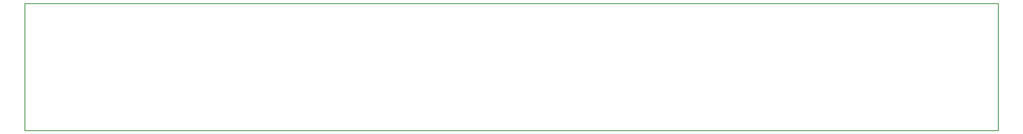
<source format=gbr>
%TF.GenerationSoftware,KiCad,Pcbnew,(6.0.9)*%
%TF.CreationDate,2023-06-30T12:05:43-04:00*%
%TF.ProjectId,TH3D Ruler,54483344-2052-4756-9c65-722e6b696361,rev?*%
%TF.SameCoordinates,Original*%
%TF.FileFunction,Profile,NP*%
%FSLAX46Y46*%
G04 Gerber Fmt 4.6, Leading zero omitted, Abs format (unit mm)*
G04 Created by KiCad (PCBNEW (6.0.9)) date 2023-06-30 12:05:43*
%MOMM*%
%LPD*%
G01*
G04 APERTURE LIST*
%TA.AperFunction,Profile*%
%ADD10C,0.254000*%
%TD*%
G04 APERTURE END LIST*
D10*
X-89789000Y-127249070D02*
X-89789000Y-87249000D01*
X216210920Y-87249000D02*
X216210920Y-127249070D01*
X-89789000Y-87249000D02*
X216210920Y-87249000D01*
X216210920Y-127249070D02*
X-89789000Y-127249070D01*
M02*

</source>
